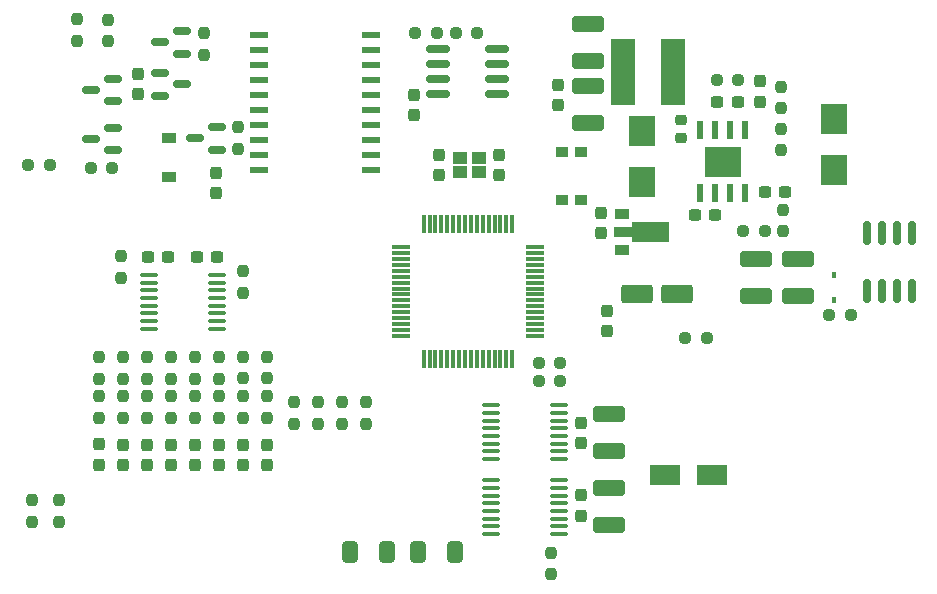
<source format=gtp>
G04 #@! TF.GenerationSoftware,KiCad,Pcbnew,9.0.2*
G04 #@! TF.CreationDate,2025-06-09T18:33:26+02:00*
G04 #@! TF.ProjectId,RPI-Electronics_V2.1,5250492d-456c-4656-9374-726f6e696373,rev?*
G04 #@! TF.SameCoordinates,Original*
G04 #@! TF.FileFunction,Paste,Top*
G04 #@! TF.FilePolarity,Positive*
%FSLAX46Y46*%
G04 Gerber Fmt 4.6, Leading zero omitted, Abs format (unit mm)*
G04 Created by KiCad (PCBNEW 9.0.2) date 2025-06-09 18:33:26*
%MOMM*%
%LPD*%
G01*
G04 APERTURE LIST*
G04 Aperture macros list*
%AMRoundRect*
0 Rectangle with rounded corners*
0 $1 Rounding radius*
0 $2 $3 $4 $5 $6 $7 $8 $9 X,Y pos of 4 corners*
0 Add a 4 corners polygon primitive as box body*
4,1,4,$2,$3,$4,$5,$6,$7,$8,$9,$2,$3,0*
0 Add four circle primitives for the rounded corners*
1,1,$1+$1,$2,$3*
1,1,$1+$1,$4,$5*
1,1,$1+$1,$6,$7*
1,1,$1+$1,$8,$9*
0 Add four rect primitives between the rounded corners*
20,1,$1+$1,$2,$3,$4,$5,0*
20,1,$1+$1,$4,$5,$6,$7,0*
20,1,$1+$1,$6,$7,$8,$9,0*
20,1,$1+$1,$8,$9,$2,$3,0*%
%AMFreePoly0*
4,1,9,3.862500,-0.866500,0.737500,-0.866500,0.737500,-0.450000,-0.737500,-0.450000,-0.737500,0.450000,0.737500,0.450000,0.737500,0.866500,3.862500,0.866500,3.862500,-0.866500,3.862500,-0.866500,$1*%
G04 Aperture macros list end*
%ADD10RoundRect,0.075000X-0.075000X0.700000X-0.075000X-0.700000X0.075000X-0.700000X0.075000X0.700000X0*%
%ADD11RoundRect,0.075000X-0.700000X0.075000X-0.700000X-0.075000X0.700000X-0.075000X0.700000X0.075000X0*%
%ADD12R,0.600000X1.550000*%
%ADD13R,3.100000X2.600000*%
%ADD14R,1.500000X0.600000*%
%ADD15RoundRect,0.237500X0.237500X-0.250000X0.237500X0.250000X-0.237500X0.250000X-0.237500X-0.250000X0*%
%ADD16RoundRect,0.237500X-0.237500X0.250000X-0.237500X-0.250000X0.237500X-0.250000X0.237500X0.250000X0*%
%ADD17RoundRect,0.237500X0.250000X0.237500X-0.250000X0.237500X-0.250000X-0.237500X0.250000X-0.237500X0*%
%ADD18RoundRect,0.237500X-0.250000X-0.237500X0.250000X-0.237500X0.250000X0.237500X-0.250000X0.237500X0*%
%ADD19RoundRect,0.150000X0.587500X0.150000X-0.587500X0.150000X-0.587500X-0.150000X0.587500X-0.150000X0*%
%ADD20RoundRect,0.237500X-0.237500X0.300000X-0.237500X-0.300000X0.237500X-0.300000X0.237500X0.300000X0*%
%ADD21RoundRect,0.237500X0.237500X-0.300000X0.237500X0.300000X-0.237500X0.300000X-0.237500X-0.300000X0*%
%ADD22RoundRect,0.237500X-0.300000X-0.237500X0.300000X-0.237500X0.300000X0.237500X-0.300000X0.237500X0*%
%ADD23RoundRect,0.237500X0.300000X0.237500X-0.300000X0.237500X-0.300000X-0.237500X0.300000X-0.237500X0*%
%ADD24R,1.200000X1.000000*%
%ADD25RoundRect,0.250000X-1.075000X-0.550000X1.075000X-0.550000X1.075000X0.550000X-1.075000X0.550000X0*%
%ADD26RoundRect,0.150000X0.825000X0.150000X-0.825000X0.150000X-0.825000X-0.150000X0.825000X-0.150000X0*%
%ADD27RoundRect,0.225000X-0.250000X0.225000X-0.250000X-0.225000X0.250000X-0.225000X0.250000X0.225000X0*%
%ADD28RoundRect,0.250000X-1.100000X0.412500X-1.100000X-0.412500X1.100000X-0.412500X1.100000X0.412500X0*%
%ADD29R,1.300000X0.900000*%
%ADD30FreePoly0,0.000000*%
%ADD31R,2.000000X5.700000*%
%ADD32RoundRect,0.150000X-0.587500X-0.150000X0.587500X-0.150000X0.587500X0.150000X-0.587500X0.150000X0*%
%ADD33RoundRect,0.100000X-0.637500X-0.100000X0.637500X-0.100000X0.637500X0.100000X-0.637500X0.100000X0*%
%ADD34R,1.200000X0.900000*%
%ADD35RoundRect,0.250000X1.100000X-0.412500X1.100000X0.412500X-1.100000X0.412500X-1.100000X-0.412500X0*%
%ADD36R,2.300000X2.500000*%
%ADD37RoundRect,0.150000X0.150000X-0.825000X0.150000X0.825000X-0.150000X0.825000X-0.150000X-0.825000X0*%
%ADD38RoundRect,0.250000X-0.412500X-0.650000X0.412500X-0.650000X0.412500X0.650000X-0.412500X0.650000X0*%
%ADD39R,2.500000X1.800000*%
%ADD40R,1.000000X0.900000*%
%ADD41R,0.450000X0.600000*%
G04 APERTURE END LIST*
D10*
X184852000Y-82483000D03*
X184352000Y-82483000D03*
X183852000Y-82483000D03*
X183352000Y-82483000D03*
X182852000Y-82483000D03*
X182352000Y-82483000D03*
X181852000Y-82483000D03*
X181352000Y-82483000D03*
X180852000Y-82483000D03*
X180352000Y-82483000D03*
X179852000Y-82483000D03*
X179352000Y-82483000D03*
X178852000Y-82483000D03*
X178352000Y-82483000D03*
X177852000Y-82483000D03*
X177352000Y-82483000D03*
D11*
X175427000Y-84408000D03*
X175427000Y-84908000D03*
X175427000Y-85408000D03*
X175427000Y-85908000D03*
X175427000Y-86408000D03*
X175427000Y-86908000D03*
X175427000Y-87408000D03*
X175427000Y-87908000D03*
X175427000Y-88408000D03*
X175427000Y-88908000D03*
X175427000Y-89408000D03*
X175427000Y-89908000D03*
X175427000Y-90408000D03*
X175427000Y-90908000D03*
X175427000Y-91408000D03*
X175427000Y-91908000D03*
D10*
X177352000Y-93833000D03*
X177852000Y-93833000D03*
X178352000Y-93833000D03*
X178852000Y-93833000D03*
X179352000Y-93833000D03*
X179852000Y-93833000D03*
X180352000Y-93833000D03*
X180852000Y-93833000D03*
X181352000Y-93833000D03*
X181852000Y-93833000D03*
X182352000Y-93833000D03*
X182852000Y-93833000D03*
X183352000Y-93833000D03*
X183852000Y-93833000D03*
X184352000Y-93833000D03*
X184852000Y-93833000D03*
D11*
X186777000Y-91908000D03*
X186777000Y-91408000D03*
X186777000Y-90908000D03*
X186777000Y-90408000D03*
X186777000Y-89908000D03*
X186777000Y-89408000D03*
X186777000Y-88908000D03*
X186777000Y-88408000D03*
X186777000Y-87908000D03*
X186777000Y-87408000D03*
X186777000Y-86908000D03*
X186777000Y-86408000D03*
X186777000Y-85908000D03*
X186777000Y-85408000D03*
X186777000Y-84908000D03*
X186777000Y-84408000D03*
D12*
X200772000Y-79853000D03*
X202042000Y-79853000D03*
X203312000Y-79853000D03*
X204582000Y-79853000D03*
X204582000Y-74453000D03*
X203312000Y-74453000D03*
X202042000Y-74453000D03*
X200772000Y-74453000D03*
D13*
X202677000Y-77153000D03*
D14*
X172898000Y-77871000D03*
X172898000Y-76601000D03*
X172898000Y-75331000D03*
X172898000Y-74061000D03*
X172898000Y-72791000D03*
X172898000Y-71521000D03*
X172898000Y-70251000D03*
X172898000Y-68981000D03*
X172898000Y-67711000D03*
X172898000Y-66441000D03*
X163398000Y-66441000D03*
X163398000Y-67711000D03*
X163398000Y-68981000D03*
X163398000Y-70251000D03*
X163398000Y-71521000D03*
X163398000Y-72791000D03*
X163398000Y-74061000D03*
X163398000Y-75331000D03*
X163398000Y-76601000D03*
X163398000Y-77871000D03*
D15*
X146448800Y-107644300D03*
X146448800Y-105819300D03*
D16*
X147972800Y-65128500D03*
X147972800Y-66953500D03*
X150622000Y-65147500D03*
X150622000Y-66972500D03*
D17*
X178450900Y-66295000D03*
X176625900Y-66295000D03*
D15*
X207645000Y-76220000D03*
X207645000Y-74395000D03*
D16*
X207645000Y-70839000D03*
X207645000Y-72664000D03*
D18*
X180054900Y-66295000D03*
X181879900Y-66295000D03*
D17*
X203997000Y-70290500D03*
X202172000Y-70290500D03*
D18*
X143859900Y-77471000D03*
X145684900Y-77471000D03*
D16*
X207772000Y-81253000D03*
X207772000Y-83078000D03*
D18*
X204423000Y-83078000D03*
X206248000Y-83078000D03*
X149145000Y-77725000D03*
X150970000Y-77725000D03*
D19*
X151067500Y-76174000D03*
X151067500Y-74274000D03*
X149192500Y-75224000D03*
D20*
X192905400Y-89816500D03*
X192905400Y-91541500D03*
D21*
X192397400Y-83222500D03*
X192397400Y-81497500D03*
X176522400Y-73228100D03*
X176522400Y-71503100D03*
X183761400Y-78307000D03*
X183761400Y-76582000D03*
D20*
X178681400Y-76582000D03*
X178681400Y-78307000D03*
D22*
X202222000Y-72073000D03*
X203947000Y-72073000D03*
D20*
X205852000Y-70348000D03*
X205852000Y-72073000D03*
D22*
X206248000Y-79776000D03*
X207973000Y-79776000D03*
D23*
X202015500Y-81681000D03*
X200290500Y-81681000D03*
D20*
X159758400Y-78132500D03*
X159758400Y-79857500D03*
D24*
X180441400Y-78048500D03*
X182041400Y-78048500D03*
X182041400Y-76848500D03*
X180441400Y-76848500D03*
D25*
X195421400Y-88393000D03*
X198771400Y-88393000D03*
D26*
X183542000Y-71475600D03*
X183542000Y-70205600D03*
X183542000Y-68935600D03*
X183542000Y-67665600D03*
X178592000Y-67665600D03*
X178592000Y-68935600D03*
X178592000Y-70205600D03*
X178592000Y-71475600D03*
D27*
X199128400Y-73648000D03*
X199128400Y-75198000D03*
D28*
X205478400Y-85433500D03*
X205478400Y-88558500D03*
X209034400Y-85433500D03*
X209034400Y-88558500D03*
D29*
X194169000Y-81622000D03*
D30*
X194256500Y-83122000D03*
D29*
X194169000Y-84622000D03*
D31*
X194233000Y-69616000D03*
X198433000Y-69616000D03*
D32*
X155018500Y-69682000D03*
X155018500Y-71582000D03*
X156893500Y-70632000D03*
D16*
X158750000Y-66314000D03*
X158750000Y-68139000D03*
D33*
X154109500Y-86752000D03*
X154109500Y-87402000D03*
X154109500Y-88052000D03*
X154109500Y-88702000D03*
X154109500Y-89352000D03*
X154109500Y-90002000D03*
X154109500Y-90652000D03*
X154109500Y-91302000D03*
X159834500Y-91302000D03*
X159834500Y-90652000D03*
X159834500Y-90002000D03*
X159834500Y-89352000D03*
X159834500Y-88702000D03*
X159834500Y-88052000D03*
X159834500Y-87402000D03*
X159834500Y-86752000D03*
D16*
X151765000Y-85190000D03*
X151765000Y-87015000D03*
X162052000Y-86463500D03*
X162052000Y-88288500D03*
X188152400Y-110258500D03*
X188152400Y-112083500D03*
D15*
X170434000Y-99361000D03*
X170434000Y-97536000D03*
X166370000Y-99361000D03*
X166370000Y-97536000D03*
X164084000Y-95524000D03*
X164084000Y-93699000D03*
X162052000Y-95524000D03*
X162052000Y-93699000D03*
X160020000Y-95547500D03*
X160020000Y-93722500D03*
X157988000Y-95547500D03*
X157988000Y-93722500D03*
X155956000Y-95547500D03*
X155956000Y-93722500D03*
X153924000Y-95547500D03*
X153924000Y-93722500D03*
X151892000Y-95547500D03*
X151892000Y-93722500D03*
X149860000Y-95547500D03*
X149860000Y-93722500D03*
D23*
X159866500Y-85217000D03*
X158141500Y-85217000D03*
D22*
X153977000Y-85217000D03*
X155702000Y-85217000D03*
D20*
X162052000Y-101138500D03*
X162052000Y-102863500D03*
X160020000Y-101138500D03*
X160020000Y-102863500D03*
X157988000Y-101138500D03*
X157988000Y-102863500D03*
X155956000Y-101138500D03*
X155956000Y-102863500D03*
X153924000Y-101138500D03*
X153924000Y-102863500D03*
X151892000Y-101138500D03*
X151892000Y-102863500D03*
D18*
X187091000Y-95778000D03*
X188916000Y-95778000D03*
X187091000Y-94254000D03*
X188916000Y-94254000D03*
D19*
X151067500Y-72049000D03*
X151067500Y-70149000D03*
X149192500Y-71099000D03*
X156909500Y-68026000D03*
X156909500Y-66126000D03*
X155034500Y-67076000D03*
D20*
X149860000Y-101112000D03*
X149860000Y-102837000D03*
D34*
X155821400Y-75186000D03*
X155821400Y-78486000D03*
D16*
X161663400Y-74268000D03*
X161663400Y-76093000D03*
D20*
X153162000Y-69743000D03*
X153162000Y-71468000D03*
D15*
X144213600Y-107644300D03*
X144213600Y-105819300D03*
D35*
X191254400Y-68619500D03*
X191254400Y-65494500D03*
D20*
X188714400Y-70639500D03*
X188714400Y-72364500D03*
D36*
X195819000Y-74578000D03*
X195819000Y-78878000D03*
D20*
X164084000Y-101138500D03*
X164084000Y-102863500D03*
D16*
X164084000Y-97024500D03*
X164084000Y-98849500D03*
X162052000Y-97024500D03*
X162052000Y-98849500D03*
X160020000Y-97024500D03*
X160020000Y-98849500D03*
X157988000Y-97048000D03*
X157988000Y-98873000D03*
X155956000Y-97048000D03*
X155956000Y-98873000D03*
X153924000Y-97048000D03*
X153924000Y-98873000D03*
X151892000Y-97048000D03*
X151892000Y-98873000D03*
X149860000Y-97048000D03*
X149860000Y-98873000D03*
D19*
X159830500Y-76154000D03*
X159830500Y-74254000D03*
X157955500Y-75204000D03*
D15*
X168402000Y-99361000D03*
X168402000Y-97536000D03*
X172466000Y-99361000D03*
X172466000Y-97536000D03*
D37*
X214851000Y-88124800D03*
X216121000Y-88124800D03*
X217391000Y-88124800D03*
X218661000Y-88124800D03*
X218661000Y-83174800D03*
X217391000Y-83174800D03*
X216121000Y-83174800D03*
X214851000Y-83174800D03*
D17*
X213502900Y-90171000D03*
X211677900Y-90171000D03*
D20*
X190687900Y-105422000D03*
X190687900Y-107147000D03*
D33*
X183057900Y-104152000D03*
X183057900Y-104802000D03*
X183057900Y-105452000D03*
X183057900Y-106102000D03*
X183057900Y-106752000D03*
X183057900Y-107402000D03*
X183057900Y-108052000D03*
X183057900Y-108702000D03*
X188782900Y-108702000D03*
X188782900Y-108052000D03*
X188782900Y-107402000D03*
X188782900Y-106752000D03*
X188782900Y-106102000D03*
X188782900Y-105452000D03*
X188782900Y-104802000D03*
X188782900Y-104152000D03*
D35*
X193032400Y-107912000D03*
X193032400Y-104787000D03*
D38*
X176864900Y-110237000D03*
X179989900Y-110237000D03*
D20*
X190687900Y-99272000D03*
X190687900Y-100997000D03*
D35*
X193032400Y-101639500D03*
X193032400Y-98514500D03*
D33*
X183057900Y-97802000D03*
X183057900Y-98452000D03*
X183057900Y-99102000D03*
X183057900Y-99752000D03*
X183057900Y-100402000D03*
X183057900Y-101052000D03*
X183057900Y-101702000D03*
X183057900Y-102352000D03*
X188782900Y-102352000D03*
X188782900Y-101702000D03*
X188782900Y-101052000D03*
X188782900Y-100402000D03*
X188782900Y-99752000D03*
X188782900Y-99102000D03*
X188782900Y-98452000D03*
X188782900Y-97802000D03*
D38*
X171149900Y-110256000D03*
X174274900Y-110256000D03*
D39*
X197788800Y-103683800D03*
X201788800Y-103683800D03*
D28*
X191254400Y-70790000D03*
X191254400Y-73915000D03*
D40*
X189032000Y-80435400D03*
X189032000Y-76335400D03*
X190632000Y-80435400D03*
X190632000Y-76335400D03*
D18*
X199517500Y-92068000D03*
X201342500Y-92068000D03*
D36*
X212082400Y-77843000D03*
X212082400Y-73543000D03*
D41*
X212082400Y-86771000D03*
X212082400Y-88871000D03*
M02*

</source>
